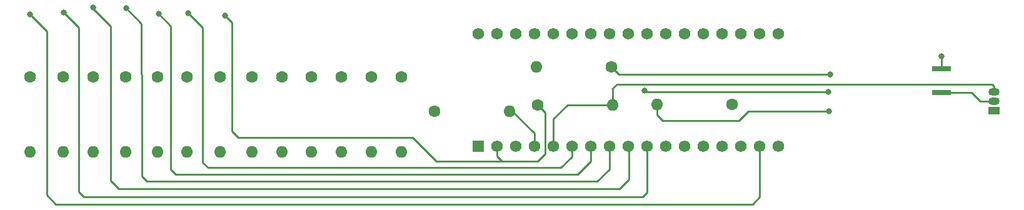
<source format=gbr>
%TF.GenerationSoftware,KiCad,Pcbnew,7.0.9*%
%TF.CreationDate,2025-01-11T11:52:04-05:00*%
%TF.ProjectId,PropellerClock,50726f70-656c-46c6-9572-436c6f636b2e,rev?*%
%TF.SameCoordinates,Original*%
%TF.FileFunction,Copper,L2,Bot*%
%TF.FilePolarity,Positive*%
%FSLAX46Y46*%
G04 Gerber Fmt 4.6, Leading zero omitted, Abs format (unit mm)*
G04 Created by KiCad (PCBNEW 7.0.9) date 2025-01-11 11:52:04*
%MOMM*%
%LPD*%
G01*
G04 APERTURE LIST*
%TA.AperFunction,ComponentPad*%
%ADD10C,1.600000*%
%TD*%
%TA.AperFunction,ComponentPad*%
%ADD11O,1.600000X1.600000*%
%TD*%
%TA.AperFunction,ComponentPad*%
%ADD12R,1.500000X1.050000*%
%TD*%
%TA.AperFunction,ComponentPad*%
%ADD13O,1.500000X1.050000*%
%TD*%
%TA.AperFunction,ComponentPad*%
%ADD14R,1.574800X1.574800*%
%TD*%
%TA.AperFunction,ComponentPad*%
%ADD15C,1.574800*%
%TD*%
%TA.AperFunction,SMDPad,CuDef*%
%ADD16R,2.500000X0.750000*%
%TD*%
%TA.AperFunction,ViaPad*%
%ADD17C,0.800000*%
%TD*%
%TA.AperFunction,Conductor*%
%ADD18C,0.250000*%
%TD*%
G04 APERTURE END LIST*
D10*
%TO.P,R1,1*%
%TO.N,Net-(D10-K)*%
X130028800Y-83566000D03*
D11*
%TO.P,R1,2*%
%TO.N,Net-(MS1-GND)*%
X130028800Y-93726000D03*
%TD*%
D10*
%TO.P,R14,1*%
%TO.N,Net-(D6-A)*%
X148463000Y-87299800D03*
D11*
%TO.P,R14,2*%
%TO.N,Net-(MS1-A0)*%
X158623000Y-87299800D03*
%TD*%
D10*
%TO.P,R6,1*%
%TO.N,Net-(D15-K)*%
X109778800Y-83566000D03*
D11*
%TO.P,R6,2*%
%TO.N,Net-(MS1-GND)*%
X109778800Y-93726000D03*
%TD*%
%TO.P,R18,2*%
%TO.N,Net-(D6-A)*%
X148361400Y-82194400D03*
D10*
%TO.P,R18,1*%
%TO.N,Net-(MS1-SDA)*%
X158521400Y-82194400D03*
%TD*%
%TO.P,R10,1*%
%TO.N,Net-(D3-K)*%
X92710000Y-83540600D03*
D11*
%TO.P,R10,2*%
%TO.N,Net-(MS1-GND)*%
X92710000Y-93700600D03*
%TD*%
D12*
%TO.P,U2,1,VCC*%
%TO.N,Net-(D6-A)*%
X210286600Y-88061800D03*
D13*
%TO.P,U2,2,GND*%
%TO.N,Net-(MS1-GND)*%
X210286600Y-86791800D03*
%TO.P,U2,3,OUT*%
%TO.N,Net-(MS1-A0)*%
X210286600Y-85521800D03*
%TD*%
D10*
%TO.P,R5,1*%
%TO.N,Net-(D14-K)*%
X113828800Y-83566000D03*
D11*
%TO.P,R5,2*%
%TO.N,Net-(MS1-GND)*%
X113828800Y-93726000D03*
%TD*%
D10*
%TO.P,R8,1*%
%TO.N,Net-(D1-K)*%
X84251800Y-83540600D03*
D11*
%TO.P,R8,2*%
%TO.N,Net-(MS1-GND)*%
X84251800Y-93700600D03*
%TD*%
D10*
%TO.P,R7,1*%
%TO.N,Net-(D16-K)*%
X79781400Y-83540600D03*
D11*
%TO.P,R7,2*%
%TO.N,Net-(MS1-GND)*%
X79781400Y-93700600D03*
%TD*%
%TO.P,R17,2*%
%TO.N,Net-(MS1-GND)*%
X144703800Y-88163400D03*
D10*
%TO.P,R17,1*%
%TO.N,Net-(D9-K)*%
X134543800Y-88163400D03*
%TD*%
%TO.P,R12,1*%
%TO.N,Net-(D5-K)*%
X101015800Y-83540600D03*
D11*
%TO.P,R12,2*%
%TO.N,Net-(MS1-GND)*%
X101015800Y-93700600D03*
%TD*%
D10*
%TO.P,R13,1*%
%TO.N,Net-(D6-K)*%
X105511600Y-83566000D03*
D11*
%TO.P,R13,2*%
%TO.N,Net-(MS1-GND)*%
X105511600Y-93726000D03*
%TD*%
D14*
%TO.P,MS1,1,~{RST}*%
%TO.N,unconnected-(MS1-~{RST}-Pad1)*%
X140436600Y-92964000D03*
D15*
%TO.P,MS1,2,3V*%
%TO.N,Net-(D6-A)*%
X142976600Y-92964000D03*
%TO.P,MS1,3,AREF*%
%TO.N,unconnected-(MS1-AREF-Pad3)*%
X145516600Y-92964000D03*
%TO.P,MS1,4,GND*%
%TO.N,Net-(MS1-GND)*%
X148056600Y-92964000D03*
%TO.P,MS1,5,A0*%
%TO.N,Net-(MS1-A0)*%
X150596600Y-92964000D03*
%TO.P,MS1,6,A1*%
%TO.N,Net-(D5-A)*%
X153136600Y-92964000D03*
%TO.P,MS1,7,A2*%
%TO.N,Net-(D4-A)*%
X155676600Y-92964000D03*
%TO.P,MS1,8,A3*%
%TO.N,Net-(D3-A)*%
X158216600Y-92964000D03*
%TO.P,MS1,9,A4*%
%TO.N,Net-(D2-A)*%
X160756600Y-92964000D03*
%TO.P,MS1,10,A5*%
%TO.N,Net-(D1-A)*%
X163296600Y-92964000D03*
%TO.P,MS1,11,SCK*%
%TO.N,unconnected-(MS1-SCK-Pad11)*%
X165836600Y-92964000D03*
%TO.P,MS1,12,MO*%
%TO.N,unconnected-(MS1-MO-Pad12)*%
X168376600Y-92964000D03*
%TO.P,MS1,13,MI*%
%TO.N,unconnected-(MS1-MI-Pad13)*%
X170916600Y-92964000D03*
%TO.P,MS1,14,RX*%
%TO.N,unconnected-(MS1-RX-Pad14)*%
X173456600Y-92964000D03*
%TO.P,MS1,15,TX*%
%TO.N,unconnected-(MS1-TX-Pad15)*%
X175996600Y-92964000D03*
%TO.P,MS1,16,D4*%
%TO.N,Net-(D16-A)*%
X178536600Y-92964000D03*
%TO.P,MS1,17,SDA*%
%TO.N,Net-(MS1-SDA)*%
X181076600Y-92964000D03*
%TO.P,MS1,18,SCL*%
%TO.N,Net-(MS1-SCL)*%
X181076600Y-77724000D03*
%TO.P,MS1,19,5*%
%TO.N,Net-(D15-A)*%
X178536600Y-77724000D03*
%TO.P,MS1,20,6*%
%TO.N,Net-(D14-A)*%
X175996600Y-77724000D03*
%TO.P,MS1,21,9*%
%TO.N,Net-(D13-A)*%
X173456600Y-77724000D03*
%TO.P,MS1,22,10*%
%TO.N,Net-(D12-A)*%
X170916600Y-77724000D03*
%TO.P,MS1,23,11*%
%TO.N,Net-(D11-A)*%
X168376600Y-77724000D03*
%TO.P,MS1,24,12*%
%TO.N,Net-(D10-A)*%
X165836600Y-77724000D03*
%TO.P,MS1,25,13*%
%TO.N,Net-(D9-A)*%
X163296600Y-77724000D03*
%TO.P,MS1,26,USB*%
%TO.N,unconnected-(MS1-USB-Pad26)*%
X160756600Y-77724000D03*
%TO.P,MS1,27,EN*%
%TO.N,unconnected-(MS1-EN-Pad27)*%
X158216600Y-77724000D03*
%TO.P,MS1,28,VBAT*%
%TO.N,unconnected-(MS1-VBAT-Pad28)*%
X155676600Y-77724000D03*
%TO.P,MS1,29*%
%TO.N,N/C*%
X153136600Y-77724000D03*
%TO.P,MS1,30*%
X150596600Y-77724000D03*
%TO.P,MS1,31*%
X148056600Y-77724000D03*
%TO.P,MS1,32*%
X145516600Y-77724000D03*
%TO.P,MS1,33*%
X142976600Y-77724000D03*
%TO.P,MS1,34*%
X140436600Y-77724000D03*
%TD*%
D10*
%TO.P,R11,1*%
%TO.N,Net-(D4-K)*%
X96977200Y-83540600D03*
D11*
%TO.P,R11,2*%
%TO.N,Net-(MS1-GND)*%
X96977200Y-93700600D03*
%TD*%
D10*
%TO.P,R4,1*%
%TO.N,Net-(D13-K)*%
X117878800Y-83566000D03*
D11*
%TO.P,R4,2*%
%TO.N,Net-(MS1-GND)*%
X117878800Y-93726000D03*
%TD*%
D10*
%TO.P,R3,1*%
%TO.N,Net-(D12-K)*%
X121928800Y-83566000D03*
D11*
%TO.P,R3,2*%
%TO.N,Net-(MS1-GND)*%
X121928800Y-93726000D03*
%TD*%
D10*
%TO.P,R2,1*%
%TO.N,Net-(D11-K)*%
X125978800Y-83566000D03*
D11*
%TO.P,R2,2*%
%TO.N,Net-(MS1-GND)*%
X125978800Y-93726000D03*
%TD*%
D10*
%TO.P,R9,1*%
%TO.N,Net-(D2-K)*%
X88315800Y-83540600D03*
D11*
%TO.P,R9,2*%
%TO.N,Net-(MS1-GND)*%
X88315800Y-93700600D03*
%TD*%
D10*
%TO.P,R16,1*%
%TO.N,Net-(MS1-SCL)*%
X174853600Y-87223600D03*
D11*
%TO.P,R16,2*%
%TO.N,Net-(D6-A)*%
X164693600Y-87223600D03*
%TD*%
D16*
%TO.P,B1,+,+*%
%TO.N,Net-(U3-VBAT)*%
X203160800Y-82398200D03*
%TO.P,B1,-,-*%
%TO.N,Net-(MS1-GND)*%
X203160800Y-85648200D03*
%TD*%
D17*
%TO.N,Net-(D1-A)*%
X84328000Y-74777600D03*
%TO.N,Net-(D2-A)*%
X88315800Y-74142600D03*
%TO.N,Net-(D3-A)*%
X92786200Y-74244200D03*
%TO.N,Net-(D4-A)*%
X97155000Y-74980800D03*
%TO.N,Net-(D5-A)*%
X101168200Y-74879200D03*
%TO.N,Net-(D6-A)*%
X187934600Y-88188800D03*
X106172000Y-75234800D03*
%TO.N,Net-(D16-A)*%
X79756000Y-75031600D03*
%TO.N,Net-(MS1-GND)*%
X187883800Y-85547200D03*
X162966400Y-85420200D03*
%TO.N,Net-(MS1-SDA)*%
X188112400Y-83185000D03*
%TO.N,Net-(U3-VBAT)*%
X203225400Y-80721200D03*
%TD*%
D18*
%TO.N,Net-(MS1-GND)*%
X148056600Y-91186000D02*
X145034000Y-88163400D01*
X148056600Y-92964000D02*
X148056600Y-91186000D01*
%TO.N,Net-(D16-A)*%
X83235800Y-100761800D02*
X82042000Y-99568000D01*
X177622200Y-100761800D02*
X83235800Y-100761800D01*
X82042000Y-99568000D02*
X82042000Y-77317600D01*
X178587400Y-99796600D02*
X177622200Y-100761800D01*
X178587400Y-93014800D02*
X178587400Y-99796600D01*
%TO.N,Net-(D1-A)*%
X86360000Y-99085400D02*
X86360000Y-76809600D01*
X87020400Y-99745800D02*
X86360000Y-99085400D01*
X163296600Y-92964000D02*
X163296600Y-99161600D01*
X163296600Y-99161600D02*
X162712400Y-99745800D01*
X162712400Y-99745800D02*
X87020400Y-99745800D01*
%TO.N,Net-(D2-A)*%
X90703400Y-97612200D02*
X90703400Y-76657200D01*
X91770200Y-98679000D02*
X90703400Y-97612200D01*
X160858200Y-97434400D02*
X159613600Y-98679000D01*
X160858200Y-93065600D02*
X160858200Y-97434400D01*
X159613600Y-98679000D02*
X91770200Y-98679000D01*
%TO.N,Net-(D3-A)*%
X94843600Y-83185000D02*
X94843600Y-76301600D01*
X94919800Y-83261200D02*
X94843600Y-83185000D01*
X94919800Y-97002600D02*
X94919800Y-83261200D01*
X156565600Y-97688400D02*
X95605600Y-97688400D01*
X94843600Y-76301600D02*
X92786200Y-74244200D01*
X158216600Y-96037400D02*
X156565600Y-97688400D01*
X158216600Y-92964000D02*
X158216600Y-96037400D01*
X95605600Y-97688400D02*
X94919800Y-97002600D01*
%TO.N,Net-(D4-A)*%
X153873200Y-96748600D02*
X99491800Y-96748600D01*
X155676600Y-94945200D02*
X153873200Y-96748600D01*
X155676600Y-92964000D02*
X155676600Y-94945200D01*
X98831400Y-96088200D02*
X98831400Y-76657200D01*
X99491800Y-96748600D02*
X98831400Y-96088200D01*
%TO.N,Net-(D5-A)*%
X153136600Y-94335600D02*
X153136600Y-92964000D01*
X151638000Y-95834200D02*
X153136600Y-94335600D01*
X103124000Y-95097600D02*
X103860600Y-95834200D01*
X103124000Y-76835000D02*
X103124000Y-95097600D01*
X101168200Y-74879200D02*
X103124000Y-76835000D01*
X103860600Y-95834200D02*
X151638000Y-95834200D01*
%TO.N,Net-(D1-A)*%
X86360000Y-76809600D02*
X84328000Y-74777600D01*
%TO.N,Net-(D2-A)*%
X88315800Y-74269600D02*
X88315800Y-74142600D01*
X90703400Y-76657200D02*
X88315800Y-74269600D01*
%TO.N,Net-(D4-A)*%
X98831400Y-76657200D02*
X97155000Y-74980800D01*
%TO.N,Net-(D6-A)*%
X131572000Y-91770200D02*
X107975400Y-91770200D01*
X148488400Y-94945200D02*
X143662400Y-94945200D01*
X165404800Y-89458800D02*
X164642800Y-88696800D01*
X164642800Y-88696800D02*
X164693600Y-88646000D01*
X149479000Y-88315800D02*
X149479000Y-93954600D01*
X142976600Y-94259400D02*
X142976600Y-92964000D01*
X175793400Y-89458800D02*
X165404800Y-89458800D01*
X134747000Y-94945200D02*
X143662400Y-94945200D01*
X107975400Y-91770200D02*
X107111800Y-90906600D01*
X148463000Y-87299800D02*
X149479000Y-88315800D01*
X134747000Y-94945200D02*
X131572000Y-91770200D01*
X177063400Y-88188800D02*
X175793400Y-89458800D01*
X187934600Y-88188800D02*
X177063400Y-88188800D01*
X107111800Y-76174600D02*
X106172000Y-75234800D01*
X149479000Y-93954600D02*
X148488400Y-94945200D01*
X164693600Y-88646000D02*
X164693600Y-87223600D01*
X143662400Y-94945200D02*
X142976600Y-94259400D01*
X107111800Y-90906600D02*
X107111800Y-76174600D01*
%TO.N,Net-(D16-A)*%
X82042000Y-77317600D02*
X79756000Y-75031600D01*
%TO.N,Net-(MS1-GND)*%
X203160800Y-85648200D02*
X207288800Y-85648200D01*
X163093400Y-85547200D02*
X162966400Y-85420200D01*
X207288800Y-85648200D02*
X208432400Y-86791800D01*
X187883800Y-85547200D02*
X163093400Y-85547200D01*
X208432400Y-86791800D02*
X210286600Y-86791800D01*
%TO.N,Net-(MS1-A0)*%
X210286600Y-84785200D02*
X210286600Y-85521800D01*
X158623000Y-85191600D02*
X158597600Y-85166200D01*
X158597600Y-85166200D02*
X159232600Y-84531200D01*
X158623000Y-87299800D02*
X158623000Y-85191600D01*
X158623000Y-87299800D02*
X152527000Y-87299800D01*
X159232600Y-84531200D02*
X210032600Y-84531200D01*
X210032600Y-84531200D02*
X210286600Y-84785200D01*
X150596600Y-89230200D02*
X150596600Y-92964000D01*
X152527000Y-87299800D02*
X150596600Y-89230200D01*
%TO.N,Net-(MS1-SDA)*%
X188087000Y-83159600D02*
X159486600Y-83159600D01*
X188112400Y-83185000D02*
X188087000Y-83159600D01*
X159486600Y-83159600D02*
X158521400Y-82194400D01*
%TO.N,Net-(U3-VBAT)*%
X203160800Y-80785800D02*
X203225400Y-80721200D01*
X203160800Y-82398200D02*
X203160800Y-80785800D01*
%TD*%
M02*

</source>
